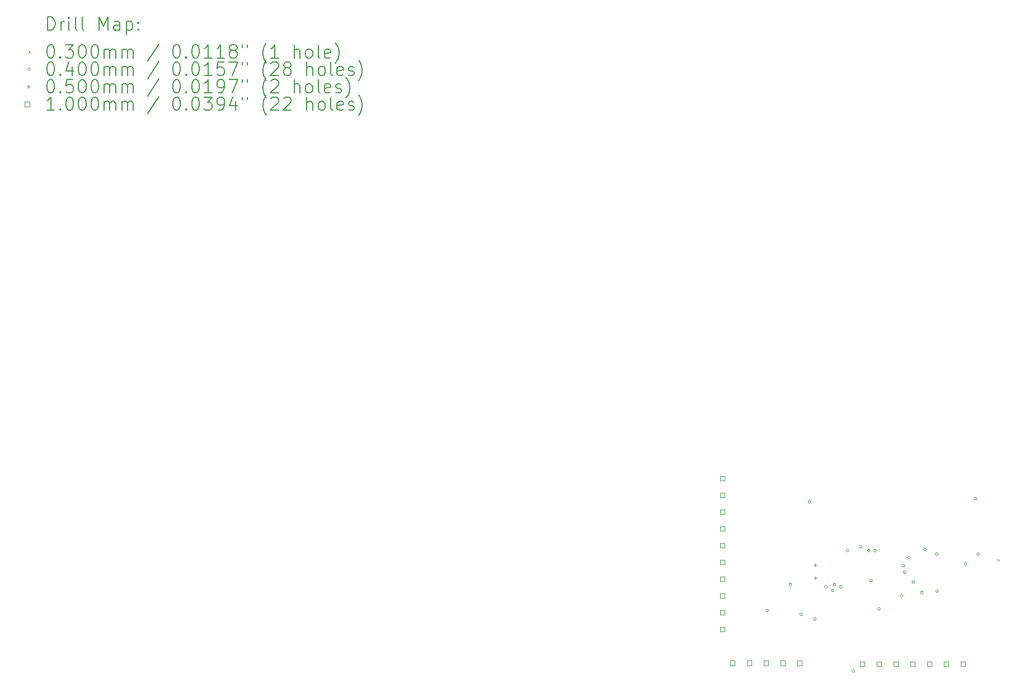
<source format=gbr>
%TF.GenerationSoftware,KiCad,Pcbnew,7.0.7-7.0.7~ubuntu22.04.1*%
%TF.CreationDate,2023-09-02T10:25:16+05:30*%
%TF.ProjectId,Dev_board_cc2652R7,4465765f-626f-4617-9264-5f6363323635,rev?*%
%TF.SameCoordinates,Original*%
%TF.FileFunction,Drillmap*%
%TF.FilePolarity,Positive*%
%FSLAX45Y45*%
G04 Gerber Fmt 4.5, Leading zero omitted, Abs format (unit mm)*
G04 Created by KiCad (PCBNEW 7.0.7-7.0.7~ubuntu22.04.1) date 2023-09-02 10:25:16*
%MOMM*%
%LPD*%
G01*
G04 APERTURE LIST*
%ADD10C,0.200000*%
%ADD11C,0.030000*%
%ADD12C,0.040000*%
%ADD13C,0.050000*%
%ADD14C,0.100000*%
G04 APERTURE END LIST*
D10*
D11*
X14632500Y-8320000D02*
X14662500Y-8350000D01*
X14662500Y-8320000D02*
X14632500Y-8350000D01*
D12*
X11169020Y-9102200D02*
G75*
G03*
X11169020Y-9102200I-20000J0D01*
G01*
X11521470Y-8710650D02*
G75*
G03*
X11521470Y-8710650I-20000J0D01*
G01*
X11683620Y-9162490D02*
G75*
G03*
X11683620Y-9162490I-20000J0D01*
G01*
X11808410Y-7457780D02*
G75*
G03*
X11808410Y-7457780I-20000J0D01*
G01*
X11889620Y-9233120D02*
G75*
G03*
X11889620Y-9233120I-20000J0D01*
G01*
X12057060Y-8744000D02*
G75*
G03*
X12057060Y-8744000I-20000J0D01*
G01*
X12160370Y-8800450D02*
G75*
G03*
X12160370Y-8800450I-20000J0D01*
G01*
X12189580Y-8710250D02*
G75*
G03*
X12189580Y-8710250I-20000J0D01*
G01*
X12279780Y-8745440D02*
G75*
G03*
X12279780Y-8745440I-20000J0D01*
G01*
X12388060Y-8192480D02*
G75*
G03*
X12388060Y-8192480I-20000J0D01*
G01*
X12471390Y-10022220D02*
G75*
G03*
X12471390Y-10022220I-20000J0D01*
G01*
X12580130Y-8138500D02*
G75*
G03*
X12580130Y-8138500I-20000J0D01*
G01*
X12707040Y-8195110D02*
G75*
G03*
X12707040Y-8195110I-20000J0D01*
G01*
X12740000Y-8650000D02*
G75*
G03*
X12740000Y-8650000I-20000J0D01*
G01*
X12798280Y-8193800D02*
G75*
G03*
X12798280Y-8193800I-20000J0D01*
G01*
X12862000Y-9077080D02*
G75*
G03*
X12862000Y-9077080I-20000J0D01*
G01*
X13200000Y-8880000D02*
G75*
G03*
X13200000Y-8880000I-20000J0D01*
G01*
X13231230Y-8427150D02*
G75*
G03*
X13231230Y-8427150I-20000J0D01*
G01*
X13245820Y-8522260D02*
G75*
G03*
X13245820Y-8522260I-20000J0D01*
G01*
X13310460Y-8303090D02*
G75*
G03*
X13310460Y-8303090I-20000J0D01*
G01*
X13380000Y-8670000D02*
G75*
G03*
X13380000Y-8670000I-20000J0D01*
G01*
X13509440Y-8830000D02*
G75*
G03*
X13509440Y-8830000I-20000J0D01*
G01*
X13558160Y-8177990D02*
G75*
G03*
X13558160Y-8177990I-20000J0D01*
G01*
X13733870Y-8250460D02*
G75*
G03*
X13733870Y-8250460I-20000J0D01*
G01*
X13740000Y-8810000D02*
G75*
G03*
X13740000Y-8810000I-20000J0D01*
G01*
X14170000Y-8400000D02*
G75*
G03*
X14170000Y-8400000I-20000J0D01*
G01*
X14319490Y-7408210D02*
G75*
G03*
X14319490Y-7408210I-20000J0D01*
G01*
X14360000Y-8250000D02*
G75*
G03*
X14360000Y-8250000I-20000J0D01*
G01*
D13*
X11880000Y-8390000D02*
X11880000Y-8440000D01*
X11855000Y-8415000D02*
X11905000Y-8415000D01*
X11880000Y-8580000D02*
X11880000Y-8630000D01*
X11855000Y-8605000D02*
X11905000Y-8605000D01*
D14*
X10505356Y-7135356D02*
X10505356Y-7064644D01*
X10434644Y-7064644D01*
X10434644Y-7135356D01*
X10505356Y-7135356D01*
X10505356Y-7389356D02*
X10505356Y-7318644D01*
X10434644Y-7318644D01*
X10434644Y-7389356D01*
X10505356Y-7389356D01*
X10505356Y-7643356D02*
X10505356Y-7572644D01*
X10434644Y-7572644D01*
X10434644Y-7643356D01*
X10505356Y-7643356D01*
X10505356Y-7897356D02*
X10505356Y-7826644D01*
X10434644Y-7826644D01*
X10434644Y-7897356D01*
X10505356Y-7897356D01*
X10505356Y-8151356D02*
X10505356Y-8080644D01*
X10434644Y-8080644D01*
X10434644Y-8151356D01*
X10505356Y-8151356D01*
X10505356Y-8405356D02*
X10505356Y-8334644D01*
X10434644Y-8334644D01*
X10434644Y-8405356D01*
X10505356Y-8405356D01*
X10505356Y-8659356D02*
X10505356Y-8588644D01*
X10434644Y-8588644D01*
X10434644Y-8659356D01*
X10505356Y-8659356D01*
X10505356Y-8913356D02*
X10505356Y-8842644D01*
X10434644Y-8842644D01*
X10434644Y-8913356D01*
X10505356Y-8913356D01*
X10505356Y-9167356D02*
X10505356Y-9096644D01*
X10434644Y-9096644D01*
X10434644Y-9167356D01*
X10505356Y-9167356D01*
X10505356Y-9421356D02*
X10505356Y-9350644D01*
X10434644Y-9350644D01*
X10434644Y-9421356D01*
X10505356Y-9421356D01*
X10659356Y-9935356D02*
X10659356Y-9864644D01*
X10588644Y-9864644D01*
X10588644Y-9935356D01*
X10659356Y-9935356D01*
X10913356Y-9935356D02*
X10913356Y-9864644D01*
X10842644Y-9864644D01*
X10842644Y-9935356D01*
X10913356Y-9935356D01*
X11167356Y-9935356D02*
X11167356Y-9864644D01*
X11096644Y-9864644D01*
X11096644Y-9935356D01*
X11167356Y-9935356D01*
X11421356Y-9935356D02*
X11421356Y-9864644D01*
X11350644Y-9864644D01*
X11350644Y-9935356D01*
X11421356Y-9935356D01*
X11675356Y-9935356D02*
X11675356Y-9864644D01*
X11604644Y-9864644D01*
X11604644Y-9935356D01*
X11675356Y-9935356D01*
X12623356Y-9945356D02*
X12623356Y-9874644D01*
X12552644Y-9874644D01*
X12552644Y-9945356D01*
X12623356Y-9945356D01*
X12877356Y-9945356D02*
X12877356Y-9874644D01*
X12806644Y-9874644D01*
X12806644Y-9945356D01*
X12877356Y-9945356D01*
X13131356Y-9945356D02*
X13131356Y-9874644D01*
X13060644Y-9874644D01*
X13060644Y-9945356D01*
X13131356Y-9945356D01*
X13385356Y-9945356D02*
X13385356Y-9874644D01*
X13314644Y-9874644D01*
X13314644Y-9945356D01*
X13385356Y-9945356D01*
X13639356Y-9945356D02*
X13639356Y-9874644D01*
X13568644Y-9874644D01*
X13568644Y-9945356D01*
X13639356Y-9945356D01*
X13893356Y-9945356D02*
X13893356Y-9874644D01*
X13822644Y-9874644D01*
X13822644Y-9945356D01*
X13893356Y-9945356D01*
X14147356Y-9945356D02*
X14147356Y-9874644D01*
X14076644Y-9874644D01*
X14076644Y-9945356D01*
X14147356Y-9945356D01*
D10*
X260777Y-311484D02*
X260777Y-111484D01*
X260777Y-111484D02*
X308396Y-111484D01*
X308396Y-111484D02*
X336967Y-121008D01*
X336967Y-121008D02*
X356015Y-140055D01*
X356015Y-140055D02*
X365539Y-159103D01*
X365539Y-159103D02*
X375062Y-197198D01*
X375062Y-197198D02*
X375062Y-225769D01*
X375062Y-225769D02*
X365539Y-263865D01*
X365539Y-263865D02*
X356015Y-282912D01*
X356015Y-282912D02*
X336967Y-301960D01*
X336967Y-301960D02*
X308396Y-311484D01*
X308396Y-311484D02*
X260777Y-311484D01*
X460777Y-311484D02*
X460777Y-178150D01*
X460777Y-216246D02*
X470301Y-197198D01*
X470301Y-197198D02*
X479824Y-187674D01*
X479824Y-187674D02*
X498872Y-178150D01*
X498872Y-178150D02*
X517920Y-178150D01*
X584586Y-311484D02*
X584586Y-178150D01*
X584586Y-111484D02*
X575063Y-121008D01*
X575063Y-121008D02*
X584586Y-130531D01*
X584586Y-130531D02*
X594110Y-121008D01*
X594110Y-121008D02*
X584586Y-111484D01*
X584586Y-111484D02*
X584586Y-130531D01*
X708396Y-311484D02*
X689348Y-301960D01*
X689348Y-301960D02*
X679824Y-282912D01*
X679824Y-282912D02*
X679824Y-111484D01*
X813158Y-311484D02*
X794110Y-301960D01*
X794110Y-301960D02*
X784586Y-282912D01*
X784586Y-282912D02*
X784586Y-111484D01*
X1041729Y-311484D02*
X1041729Y-111484D01*
X1041729Y-111484D02*
X1108396Y-254341D01*
X1108396Y-254341D02*
X1175063Y-111484D01*
X1175063Y-111484D02*
X1175063Y-311484D01*
X1356015Y-311484D02*
X1356015Y-206722D01*
X1356015Y-206722D02*
X1346491Y-187674D01*
X1346491Y-187674D02*
X1327444Y-178150D01*
X1327444Y-178150D02*
X1289348Y-178150D01*
X1289348Y-178150D02*
X1270301Y-187674D01*
X1356015Y-301960D02*
X1336967Y-311484D01*
X1336967Y-311484D02*
X1289348Y-311484D01*
X1289348Y-311484D02*
X1270301Y-301960D01*
X1270301Y-301960D02*
X1260777Y-282912D01*
X1260777Y-282912D02*
X1260777Y-263865D01*
X1260777Y-263865D02*
X1270301Y-244817D01*
X1270301Y-244817D02*
X1289348Y-235293D01*
X1289348Y-235293D02*
X1336967Y-235293D01*
X1336967Y-235293D02*
X1356015Y-225769D01*
X1451253Y-178150D02*
X1451253Y-378150D01*
X1451253Y-187674D02*
X1470301Y-178150D01*
X1470301Y-178150D02*
X1508396Y-178150D01*
X1508396Y-178150D02*
X1527443Y-187674D01*
X1527443Y-187674D02*
X1536967Y-197198D01*
X1536967Y-197198D02*
X1546491Y-216246D01*
X1546491Y-216246D02*
X1546491Y-273389D01*
X1546491Y-273389D02*
X1536967Y-292436D01*
X1536967Y-292436D02*
X1527443Y-301960D01*
X1527443Y-301960D02*
X1508396Y-311484D01*
X1508396Y-311484D02*
X1470301Y-311484D01*
X1470301Y-311484D02*
X1451253Y-301960D01*
X1632205Y-292436D02*
X1641729Y-301960D01*
X1641729Y-301960D02*
X1632205Y-311484D01*
X1632205Y-311484D02*
X1622682Y-301960D01*
X1622682Y-301960D02*
X1632205Y-292436D01*
X1632205Y-292436D02*
X1632205Y-311484D01*
X1632205Y-187674D02*
X1641729Y-197198D01*
X1641729Y-197198D02*
X1632205Y-206722D01*
X1632205Y-206722D02*
X1622682Y-197198D01*
X1622682Y-197198D02*
X1632205Y-187674D01*
X1632205Y-187674D02*
X1632205Y-206722D01*
D11*
X-30000Y-625000D02*
X0Y-655000D01*
X0Y-625000D02*
X-30000Y-655000D01*
D10*
X298872Y-531484D02*
X317920Y-531484D01*
X317920Y-531484D02*
X336967Y-541008D01*
X336967Y-541008D02*
X346491Y-550531D01*
X346491Y-550531D02*
X356015Y-569579D01*
X356015Y-569579D02*
X365539Y-607674D01*
X365539Y-607674D02*
X365539Y-655293D01*
X365539Y-655293D02*
X356015Y-693389D01*
X356015Y-693389D02*
X346491Y-712436D01*
X346491Y-712436D02*
X336967Y-721960D01*
X336967Y-721960D02*
X317920Y-731484D01*
X317920Y-731484D02*
X298872Y-731484D01*
X298872Y-731484D02*
X279824Y-721960D01*
X279824Y-721960D02*
X270301Y-712436D01*
X270301Y-712436D02*
X260777Y-693389D01*
X260777Y-693389D02*
X251253Y-655293D01*
X251253Y-655293D02*
X251253Y-607674D01*
X251253Y-607674D02*
X260777Y-569579D01*
X260777Y-569579D02*
X270301Y-550531D01*
X270301Y-550531D02*
X279824Y-541008D01*
X279824Y-541008D02*
X298872Y-531484D01*
X451253Y-712436D02*
X460777Y-721960D01*
X460777Y-721960D02*
X451253Y-731484D01*
X451253Y-731484D02*
X441729Y-721960D01*
X441729Y-721960D02*
X451253Y-712436D01*
X451253Y-712436D02*
X451253Y-731484D01*
X527444Y-531484D02*
X651253Y-531484D01*
X651253Y-531484D02*
X584586Y-607674D01*
X584586Y-607674D02*
X613158Y-607674D01*
X613158Y-607674D02*
X632205Y-617198D01*
X632205Y-617198D02*
X641729Y-626722D01*
X641729Y-626722D02*
X651253Y-645770D01*
X651253Y-645770D02*
X651253Y-693389D01*
X651253Y-693389D02*
X641729Y-712436D01*
X641729Y-712436D02*
X632205Y-721960D01*
X632205Y-721960D02*
X613158Y-731484D01*
X613158Y-731484D02*
X556015Y-731484D01*
X556015Y-731484D02*
X536967Y-721960D01*
X536967Y-721960D02*
X527444Y-712436D01*
X775062Y-531484D02*
X794110Y-531484D01*
X794110Y-531484D02*
X813158Y-541008D01*
X813158Y-541008D02*
X822682Y-550531D01*
X822682Y-550531D02*
X832205Y-569579D01*
X832205Y-569579D02*
X841729Y-607674D01*
X841729Y-607674D02*
X841729Y-655293D01*
X841729Y-655293D02*
X832205Y-693389D01*
X832205Y-693389D02*
X822682Y-712436D01*
X822682Y-712436D02*
X813158Y-721960D01*
X813158Y-721960D02*
X794110Y-731484D01*
X794110Y-731484D02*
X775062Y-731484D01*
X775062Y-731484D02*
X756015Y-721960D01*
X756015Y-721960D02*
X746491Y-712436D01*
X746491Y-712436D02*
X736967Y-693389D01*
X736967Y-693389D02*
X727443Y-655293D01*
X727443Y-655293D02*
X727443Y-607674D01*
X727443Y-607674D02*
X736967Y-569579D01*
X736967Y-569579D02*
X746491Y-550531D01*
X746491Y-550531D02*
X756015Y-541008D01*
X756015Y-541008D02*
X775062Y-531484D01*
X965539Y-531484D02*
X984586Y-531484D01*
X984586Y-531484D02*
X1003634Y-541008D01*
X1003634Y-541008D02*
X1013158Y-550531D01*
X1013158Y-550531D02*
X1022682Y-569579D01*
X1022682Y-569579D02*
X1032205Y-607674D01*
X1032205Y-607674D02*
X1032205Y-655293D01*
X1032205Y-655293D02*
X1022682Y-693389D01*
X1022682Y-693389D02*
X1013158Y-712436D01*
X1013158Y-712436D02*
X1003634Y-721960D01*
X1003634Y-721960D02*
X984586Y-731484D01*
X984586Y-731484D02*
X965539Y-731484D01*
X965539Y-731484D02*
X946491Y-721960D01*
X946491Y-721960D02*
X936967Y-712436D01*
X936967Y-712436D02*
X927443Y-693389D01*
X927443Y-693389D02*
X917920Y-655293D01*
X917920Y-655293D02*
X917920Y-607674D01*
X917920Y-607674D02*
X927443Y-569579D01*
X927443Y-569579D02*
X936967Y-550531D01*
X936967Y-550531D02*
X946491Y-541008D01*
X946491Y-541008D02*
X965539Y-531484D01*
X1117920Y-731484D02*
X1117920Y-598150D01*
X1117920Y-617198D02*
X1127444Y-607674D01*
X1127444Y-607674D02*
X1146491Y-598150D01*
X1146491Y-598150D02*
X1175063Y-598150D01*
X1175063Y-598150D02*
X1194110Y-607674D01*
X1194110Y-607674D02*
X1203634Y-626722D01*
X1203634Y-626722D02*
X1203634Y-731484D01*
X1203634Y-626722D02*
X1213158Y-607674D01*
X1213158Y-607674D02*
X1232205Y-598150D01*
X1232205Y-598150D02*
X1260777Y-598150D01*
X1260777Y-598150D02*
X1279825Y-607674D01*
X1279825Y-607674D02*
X1289348Y-626722D01*
X1289348Y-626722D02*
X1289348Y-731484D01*
X1384586Y-731484D02*
X1384586Y-598150D01*
X1384586Y-617198D02*
X1394110Y-607674D01*
X1394110Y-607674D02*
X1413158Y-598150D01*
X1413158Y-598150D02*
X1441729Y-598150D01*
X1441729Y-598150D02*
X1460777Y-607674D01*
X1460777Y-607674D02*
X1470301Y-626722D01*
X1470301Y-626722D02*
X1470301Y-731484D01*
X1470301Y-626722D02*
X1479824Y-607674D01*
X1479824Y-607674D02*
X1498872Y-598150D01*
X1498872Y-598150D02*
X1527443Y-598150D01*
X1527443Y-598150D02*
X1546491Y-607674D01*
X1546491Y-607674D02*
X1556015Y-626722D01*
X1556015Y-626722D02*
X1556015Y-731484D01*
X1946491Y-521960D02*
X1775063Y-779103D01*
X2203634Y-531484D02*
X2222682Y-531484D01*
X2222682Y-531484D02*
X2241729Y-541008D01*
X2241729Y-541008D02*
X2251253Y-550531D01*
X2251253Y-550531D02*
X2260777Y-569579D01*
X2260777Y-569579D02*
X2270301Y-607674D01*
X2270301Y-607674D02*
X2270301Y-655293D01*
X2270301Y-655293D02*
X2260777Y-693389D01*
X2260777Y-693389D02*
X2251253Y-712436D01*
X2251253Y-712436D02*
X2241729Y-721960D01*
X2241729Y-721960D02*
X2222682Y-731484D01*
X2222682Y-731484D02*
X2203634Y-731484D01*
X2203634Y-731484D02*
X2184587Y-721960D01*
X2184587Y-721960D02*
X2175063Y-712436D01*
X2175063Y-712436D02*
X2165539Y-693389D01*
X2165539Y-693389D02*
X2156015Y-655293D01*
X2156015Y-655293D02*
X2156015Y-607674D01*
X2156015Y-607674D02*
X2165539Y-569579D01*
X2165539Y-569579D02*
X2175063Y-550531D01*
X2175063Y-550531D02*
X2184587Y-541008D01*
X2184587Y-541008D02*
X2203634Y-531484D01*
X2356015Y-712436D02*
X2365539Y-721960D01*
X2365539Y-721960D02*
X2356015Y-731484D01*
X2356015Y-731484D02*
X2346491Y-721960D01*
X2346491Y-721960D02*
X2356015Y-712436D01*
X2356015Y-712436D02*
X2356015Y-731484D01*
X2489348Y-531484D02*
X2508396Y-531484D01*
X2508396Y-531484D02*
X2527444Y-541008D01*
X2527444Y-541008D02*
X2536968Y-550531D01*
X2536968Y-550531D02*
X2546491Y-569579D01*
X2546491Y-569579D02*
X2556015Y-607674D01*
X2556015Y-607674D02*
X2556015Y-655293D01*
X2556015Y-655293D02*
X2546491Y-693389D01*
X2546491Y-693389D02*
X2536968Y-712436D01*
X2536968Y-712436D02*
X2527444Y-721960D01*
X2527444Y-721960D02*
X2508396Y-731484D01*
X2508396Y-731484D02*
X2489348Y-731484D01*
X2489348Y-731484D02*
X2470301Y-721960D01*
X2470301Y-721960D02*
X2460777Y-712436D01*
X2460777Y-712436D02*
X2451253Y-693389D01*
X2451253Y-693389D02*
X2441729Y-655293D01*
X2441729Y-655293D02*
X2441729Y-607674D01*
X2441729Y-607674D02*
X2451253Y-569579D01*
X2451253Y-569579D02*
X2460777Y-550531D01*
X2460777Y-550531D02*
X2470301Y-541008D01*
X2470301Y-541008D02*
X2489348Y-531484D01*
X2746491Y-731484D02*
X2632206Y-731484D01*
X2689348Y-731484D02*
X2689348Y-531484D01*
X2689348Y-531484D02*
X2670301Y-560055D01*
X2670301Y-560055D02*
X2651253Y-579103D01*
X2651253Y-579103D02*
X2632206Y-588627D01*
X2936967Y-731484D02*
X2822682Y-731484D01*
X2879825Y-731484D02*
X2879825Y-531484D01*
X2879825Y-531484D02*
X2860777Y-560055D01*
X2860777Y-560055D02*
X2841729Y-579103D01*
X2841729Y-579103D02*
X2822682Y-588627D01*
X3051253Y-617198D02*
X3032206Y-607674D01*
X3032206Y-607674D02*
X3022682Y-598150D01*
X3022682Y-598150D02*
X3013158Y-579103D01*
X3013158Y-579103D02*
X3013158Y-569579D01*
X3013158Y-569579D02*
X3022682Y-550531D01*
X3022682Y-550531D02*
X3032206Y-541008D01*
X3032206Y-541008D02*
X3051253Y-531484D01*
X3051253Y-531484D02*
X3089348Y-531484D01*
X3089348Y-531484D02*
X3108396Y-541008D01*
X3108396Y-541008D02*
X3117920Y-550531D01*
X3117920Y-550531D02*
X3127444Y-569579D01*
X3127444Y-569579D02*
X3127444Y-579103D01*
X3127444Y-579103D02*
X3117920Y-598150D01*
X3117920Y-598150D02*
X3108396Y-607674D01*
X3108396Y-607674D02*
X3089348Y-617198D01*
X3089348Y-617198D02*
X3051253Y-617198D01*
X3051253Y-617198D02*
X3032206Y-626722D01*
X3032206Y-626722D02*
X3022682Y-636246D01*
X3022682Y-636246D02*
X3013158Y-655293D01*
X3013158Y-655293D02*
X3013158Y-693389D01*
X3013158Y-693389D02*
X3022682Y-712436D01*
X3022682Y-712436D02*
X3032206Y-721960D01*
X3032206Y-721960D02*
X3051253Y-731484D01*
X3051253Y-731484D02*
X3089348Y-731484D01*
X3089348Y-731484D02*
X3108396Y-721960D01*
X3108396Y-721960D02*
X3117920Y-712436D01*
X3117920Y-712436D02*
X3127444Y-693389D01*
X3127444Y-693389D02*
X3127444Y-655293D01*
X3127444Y-655293D02*
X3117920Y-636246D01*
X3117920Y-636246D02*
X3108396Y-626722D01*
X3108396Y-626722D02*
X3089348Y-617198D01*
X3203634Y-531484D02*
X3203634Y-569579D01*
X3279825Y-531484D02*
X3279825Y-569579D01*
X3575063Y-807674D02*
X3565539Y-798150D01*
X3565539Y-798150D02*
X3546491Y-769579D01*
X3546491Y-769579D02*
X3536968Y-750531D01*
X3536968Y-750531D02*
X3527444Y-721960D01*
X3527444Y-721960D02*
X3517920Y-674341D01*
X3517920Y-674341D02*
X3517920Y-636246D01*
X3517920Y-636246D02*
X3527444Y-588627D01*
X3527444Y-588627D02*
X3536968Y-560055D01*
X3536968Y-560055D02*
X3546491Y-541008D01*
X3546491Y-541008D02*
X3565539Y-512436D01*
X3565539Y-512436D02*
X3575063Y-502912D01*
X3756015Y-731484D02*
X3641729Y-731484D01*
X3698872Y-731484D02*
X3698872Y-531484D01*
X3698872Y-531484D02*
X3679825Y-560055D01*
X3679825Y-560055D02*
X3660777Y-579103D01*
X3660777Y-579103D02*
X3641729Y-588627D01*
X3994110Y-731484D02*
X3994110Y-531484D01*
X4079825Y-731484D02*
X4079825Y-626722D01*
X4079825Y-626722D02*
X4070301Y-607674D01*
X4070301Y-607674D02*
X4051253Y-598150D01*
X4051253Y-598150D02*
X4022682Y-598150D01*
X4022682Y-598150D02*
X4003634Y-607674D01*
X4003634Y-607674D02*
X3994110Y-617198D01*
X4203634Y-731484D02*
X4184587Y-721960D01*
X4184587Y-721960D02*
X4175063Y-712436D01*
X4175063Y-712436D02*
X4165539Y-693389D01*
X4165539Y-693389D02*
X4165539Y-636246D01*
X4165539Y-636246D02*
X4175063Y-617198D01*
X4175063Y-617198D02*
X4184587Y-607674D01*
X4184587Y-607674D02*
X4203634Y-598150D01*
X4203634Y-598150D02*
X4232206Y-598150D01*
X4232206Y-598150D02*
X4251253Y-607674D01*
X4251253Y-607674D02*
X4260777Y-617198D01*
X4260777Y-617198D02*
X4270301Y-636246D01*
X4270301Y-636246D02*
X4270301Y-693389D01*
X4270301Y-693389D02*
X4260777Y-712436D01*
X4260777Y-712436D02*
X4251253Y-721960D01*
X4251253Y-721960D02*
X4232206Y-731484D01*
X4232206Y-731484D02*
X4203634Y-731484D01*
X4384587Y-731484D02*
X4365539Y-721960D01*
X4365539Y-721960D02*
X4356015Y-702912D01*
X4356015Y-702912D02*
X4356015Y-531484D01*
X4536968Y-721960D02*
X4517920Y-731484D01*
X4517920Y-731484D02*
X4479825Y-731484D01*
X4479825Y-731484D02*
X4460777Y-721960D01*
X4460777Y-721960D02*
X4451253Y-702912D01*
X4451253Y-702912D02*
X4451253Y-626722D01*
X4451253Y-626722D02*
X4460777Y-607674D01*
X4460777Y-607674D02*
X4479825Y-598150D01*
X4479825Y-598150D02*
X4517920Y-598150D01*
X4517920Y-598150D02*
X4536968Y-607674D01*
X4536968Y-607674D02*
X4546492Y-626722D01*
X4546492Y-626722D02*
X4546492Y-645770D01*
X4546492Y-645770D02*
X4451253Y-664817D01*
X4613158Y-807674D02*
X4622682Y-798150D01*
X4622682Y-798150D02*
X4641730Y-769579D01*
X4641730Y-769579D02*
X4651253Y-750531D01*
X4651253Y-750531D02*
X4660777Y-721960D01*
X4660777Y-721960D02*
X4670301Y-674341D01*
X4670301Y-674341D02*
X4670301Y-636246D01*
X4670301Y-636246D02*
X4660777Y-588627D01*
X4660777Y-588627D02*
X4651253Y-560055D01*
X4651253Y-560055D02*
X4641730Y-541008D01*
X4641730Y-541008D02*
X4622682Y-512436D01*
X4622682Y-512436D02*
X4613158Y-502912D01*
D12*
X0Y-904000D02*
G75*
G03*
X0Y-904000I-20000J0D01*
G01*
D10*
X298872Y-795484D02*
X317920Y-795484D01*
X317920Y-795484D02*
X336967Y-805008D01*
X336967Y-805008D02*
X346491Y-814531D01*
X346491Y-814531D02*
X356015Y-833579D01*
X356015Y-833579D02*
X365539Y-871674D01*
X365539Y-871674D02*
X365539Y-919293D01*
X365539Y-919293D02*
X356015Y-957388D01*
X356015Y-957388D02*
X346491Y-976436D01*
X346491Y-976436D02*
X336967Y-985960D01*
X336967Y-985960D02*
X317920Y-995484D01*
X317920Y-995484D02*
X298872Y-995484D01*
X298872Y-995484D02*
X279824Y-985960D01*
X279824Y-985960D02*
X270301Y-976436D01*
X270301Y-976436D02*
X260777Y-957388D01*
X260777Y-957388D02*
X251253Y-919293D01*
X251253Y-919293D02*
X251253Y-871674D01*
X251253Y-871674D02*
X260777Y-833579D01*
X260777Y-833579D02*
X270301Y-814531D01*
X270301Y-814531D02*
X279824Y-805008D01*
X279824Y-805008D02*
X298872Y-795484D01*
X451253Y-976436D02*
X460777Y-985960D01*
X460777Y-985960D02*
X451253Y-995484D01*
X451253Y-995484D02*
X441729Y-985960D01*
X441729Y-985960D02*
X451253Y-976436D01*
X451253Y-976436D02*
X451253Y-995484D01*
X632205Y-862150D02*
X632205Y-995484D01*
X584586Y-785960D02*
X536967Y-928817D01*
X536967Y-928817D02*
X660777Y-928817D01*
X775062Y-795484D02*
X794110Y-795484D01*
X794110Y-795484D02*
X813158Y-805008D01*
X813158Y-805008D02*
X822682Y-814531D01*
X822682Y-814531D02*
X832205Y-833579D01*
X832205Y-833579D02*
X841729Y-871674D01*
X841729Y-871674D02*
X841729Y-919293D01*
X841729Y-919293D02*
X832205Y-957388D01*
X832205Y-957388D02*
X822682Y-976436D01*
X822682Y-976436D02*
X813158Y-985960D01*
X813158Y-985960D02*
X794110Y-995484D01*
X794110Y-995484D02*
X775062Y-995484D01*
X775062Y-995484D02*
X756015Y-985960D01*
X756015Y-985960D02*
X746491Y-976436D01*
X746491Y-976436D02*
X736967Y-957388D01*
X736967Y-957388D02*
X727443Y-919293D01*
X727443Y-919293D02*
X727443Y-871674D01*
X727443Y-871674D02*
X736967Y-833579D01*
X736967Y-833579D02*
X746491Y-814531D01*
X746491Y-814531D02*
X756015Y-805008D01*
X756015Y-805008D02*
X775062Y-795484D01*
X965539Y-795484D02*
X984586Y-795484D01*
X984586Y-795484D02*
X1003634Y-805008D01*
X1003634Y-805008D02*
X1013158Y-814531D01*
X1013158Y-814531D02*
X1022682Y-833579D01*
X1022682Y-833579D02*
X1032205Y-871674D01*
X1032205Y-871674D02*
X1032205Y-919293D01*
X1032205Y-919293D02*
X1022682Y-957388D01*
X1022682Y-957388D02*
X1013158Y-976436D01*
X1013158Y-976436D02*
X1003634Y-985960D01*
X1003634Y-985960D02*
X984586Y-995484D01*
X984586Y-995484D02*
X965539Y-995484D01*
X965539Y-995484D02*
X946491Y-985960D01*
X946491Y-985960D02*
X936967Y-976436D01*
X936967Y-976436D02*
X927443Y-957388D01*
X927443Y-957388D02*
X917920Y-919293D01*
X917920Y-919293D02*
X917920Y-871674D01*
X917920Y-871674D02*
X927443Y-833579D01*
X927443Y-833579D02*
X936967Y-814531D01*
X936967Y-814531D02*
X946491Y-805008D01*
X946491Y-805008D02*
X965539Y-795484D01*
X1117920Y-995484D02*
X1117920Y-862150D01*
X1117920Y-881198D02*
X1127444Y-871674D01*
X1127444Y-871674D02*
X1146491Y-862150D01*
X1146491Y-862150D02*
X1175063Y-862150D01*
X1175063Y-862150D02*
X1194110Y-871674D01*
X1194110Y-871674D02*
X1203634Y-890722D01*
X1203634Y-890722D02*
X1203634Y-995484D01*
X1203634Y-890722D02*
X1213158Y-871674D01*
X1213158Y-871674D02*
X1232205Y-862150D01*
X1232205Y-862150D02*
X1260777Y-862150D01*
X1260777Y-862150D02*
X1279825Y-871674D01*
X1279825Y-871674D02*
X1289348Y-890722D01*
X1289348Y-890722D02*
X1289348Y-995484D01*
X1384586Y-995484D02*
X1384586Y-862150D01*
X1384586Y-881198D02*
X1394110Y-871674D01*
X1394110Y-871674D02*
X1413158Y-862150D01*
X1413158Y-862150D02*
X1441729Y-862150D01*
X1441729Y-862150D02*
X1460777Y-871674D01*
X1460777Y-871674D02*
X1470301Y-890722D01*
X1470301Y-890722D02*
X1470301Y-995484D01*
X1470301Y-890722D02*
X1479824Y-871674D01*
X1479824Y-871674D02*
X1498872Y-862150D01*
X1498872Y-862150D02*
X1527443Y-862150D01*
X1527443Y-862150D02*
X1546491Y-871674D01*
X1546491Y-871674D02*
X1556015Y-890722D01*
X1556015Y-890722D02*
X1556015Y-995484D01*
X1946491Y-785960D02*
X1775063Y-1043103D01*
X2203634Y-795484D02*
X2222682Y-795484D01*
X2222682Y-795484D02*
X2241729Y-805008D01*
X2241729Y-805008D02*
X2251253Y-814531D01*
X2251253Y-814531D02*
X2260777Y-833579D01*
X2260777Y-833579D02*
X2270301Y-871674D01*
X2270301Y-871674D02*
X2270301Y-919293D01*
X2270301Y-919293D02*
X2260777Y-957388D01*
X2260777Y-957388D02*
X2251253Y-976436D01*
X2251253Y-976436D02*
X2241729Y-985960D01*
X2241729Y-985960D02*
X2222682Y-995484D01*
X2222682Y-995484D02*
X2203634Y-995484D01*
X2203634Y-995484D02*
X2184587Y-985960D01*
X2184587Y-985960D02*
X2175063Y-976436D01*
X2175063Y-976436D02*
X2165539Y-957388D01*
X2165539Y-957388D02*
X2156015Y-919293D01*
X2156015Y-919293D02*
X2156015Y-871674D01*
X2156015Y-871674D02*
X2165539Y-833579D01*
X2165539Y-833579D02*
X2175063Y-814531D01*
X2175063Y-814531D02*
X2184587Y-805008D01*
X2184587Y-805008D02*
X2203634Y-795484D01*
X2356015Y-976436D02*
X2365539Y-985960D01*
X2365539Y-985960D02*
X2356015Y-995484D01*
X2356015Y-995484D02*
X2346491Y-985960D01*
X2346491Y-985960D02*
X2356015Y-976436D01*
X2356015Y-976436D02*
X2356015Y-995484D01*
X2489348Y-795484D02*
X2508396Y-795484D01*
X2508396Y-795484D02*
X2527444Y-805008D01*
X2527444Y-805008D02*
X2536968Y-814531D01*
X2536968Y-814531D02*
X2546491Y-833579D01*
X2546491Y-833579D02*
X2556015Y-871674D01*
X2556015Y-871674D02*
X2556015Y-919293D01*
X2556015Y-919293D02*
X2546491Y-957388D01*
X2546491Y-957388D02*
X2536968Y-976436D01*
X2536968Y-976436D02*
X2527444Y-985960D01*
X2527444Y-985960D02*
X2508396Y-995484D01*
X2508396Y-995484D02*
X2489348Y-995484D01*
X2489348Y-995484D02*
X2470301Y-985960D01*
X2470301Y-985960D02*
X2460777Y-976436D01*
X2460777Y-976436D02*
X2451253Y-957388D01*
X2451253Y-957388D02*
X2441729Y-919293D01*
X2441729Y-919293D02*
X2441729Y-871674D01*
X2441729Y-871674D02*
X2451253Y-833579D01*
X2451253Y-833579D02*
X2460777Y-814531D01*
X2460777Y-814531D02*
X2470301Y-805008D01*
X2470301Y-805008D02*
X2489348Y-795484D01*
X2746491Y-995484D02*
X2632206Y-995484D01*
X2689348Y-995484D02*
X2689348Y-795484D01*
X2689348Y-795484D02*
X2670301Y-824055D01*
X2670301Y-824055D02*
X2651253Y-843103D01*
X2651253Y-843103D02*
X2632206Y-852627D01*
X2927444Y-795484D02*
X2832206Y-795484D01*
X2832206Y-795484D02*
X2822682Y-890722D01*
X2822682Y-890722D02*
X2832206Y-881198D01*
X2832206Y-881198D02*
X2851253Y-871674D01*
X2851253Y-871674D02*
X2898872Y-871674D01*
X2898872Y-871674D02*
X2917920Y-881198D01*
X2917920Y-881198D02*
X2927444Y-890722D01*
X2927444Y-890722D02*
X2936967Y-909769D01*
X2936967Y-909769D02*
X2936967Y-957388D01*
X2936967Y-957388D02*
X2927444Y-976436D01*
X2927444Y-976436D02*
X2917920Y-985960D01*
X2917920Y-985960D02*
X2898872Y-995484D01*
X2898872Y-995484D02*
X2851253Y-995484D01*
X2851253Y-995484D02*
X2832206Y-985960D01*
X2832206Y-985960D02*
X2822682Y-976436D01*
X3003634Y-795484D02*
X3136967Y-795484D01*
X3136967Y-795484D02*
X3051253Y-995484D01*
X3203634Y-795484D02*
X3203634Y-833579D01*
X3279825Y-795484D02*
X3279825Y-833579D01*
X3575063Y-1071674D02*
X3565539Y-1062150D01*
X3565539Y-1062150D02*
X3546491Y-1033579D01*
X3546491Y-1033579D02*
X3536968Y-1014531D01*
X3536968Y-1014531D02*
X3527444Y-985960D01*
X3527444Y-985960D02*
X3517920Y-938341D01*
X3517920Y-938341D02*
X3517920Y-900246D01*
X3517920Y-900246D02*
X3527444Y-852627D01*
X3527444Y-852627D02*
X3536968Y-824055D01*
X3536968Y-824055D02*
X3546491Y-805008D01*
X3546491Y-805008D02*
X3565539Y-776436D01*
X3565539Y-776436D02*
X3575063Y-766912D01*
X3641729Y-814531D02*
X3651253Y-805008D01*
X3651253Y-805008D02*
X3670301Y-795484D01*
X3670301Y-795484D02*
X3717920Y-795484D01*
X3717920Y-795484D02*
X3736968Y-805008D01*
X3736968Y-805008D02*
X3746491Y-814531D01*
X3746491Y-814531D02*
X3756015Y-833579D01*
X3756015Y-833579D02*
X3756015Y-852627D01*
X3756015Y-852627D02*
X3746491Y-881198D01*
X3746491Y-881198D02*
X3632206Y-995484D01*
X3632206Y-995484D02*
X3756015Y-995484D01*
X3870301Y-881198D02*
X3851253Y-871674D01*
X3851253Y-871674D02*
X3841729Y-862150D01*
X3841729Y-862150D02*
X3832206Y-843103D01*
X3832206Y-843103D02*
X3832206Y-833579D01*
X3832206Y-833579D02*
X3841729Y-814531D01*
X3841729Y-814531D02*
X3851253Y-805008D01*
X3851253Y-805008D02*
X3870301Y-795484D01*
X3870301Y-795484D02*
X3908396Y-795484D01*
X3908396Y-795484D02*
X3927444Y-805008D01*
X3927444Y-805008D02*
X3936968Y-814531D01*
X3936968Y-814531D02*
X3946491Y-833579D01*
X3946491Y-833579D02*
X3946491Y-843103D01*
X3946491Y-843103D02*
X3936968Y-862150D01*
X3936968Y-862150D02*
X3927444Y-871674D01*
X3927444Y-871674D02*
X3908396Y-881198D01*
X3908396Y-881198D02*
X3870301Y-881198D01*
X3870301Y-881198D02*
X3851253Y-890722D01*
X3851253Y-890722D02*
X3841729Y-900246D01*
X3841729Y-900246D02*
X3832206Y-919293D01*
X3832206Y-919293D02*
X3832206Y-957388D01*
X3832206Y-957388D02*
X3841729Y-976436D01*
X3841729Y-976436D02*
X3851253Y-985960D01*
X3851253Y-985960D02*
X3870301Y-995484D01*
X3870301Y-995484D02*
X3908396Y-995484D01*
X3908396Y-995484D02*
X3927444Y-985960D01*
X3927444Y-985960D02*
X3936968Y-976436D01*
X3936968Y-976436D02*
X3946491Y-957388D01*
X3946491Y-957388D02*
X3946491Y-919293D01*
X3946491Y-919293D02*
X3936968Y-900246D01*
X3936968Y-900246D02*
X3927444Y-890722D01*
X3927444Y-890722D02*
X3908396Y-881198D01*
X4184587Y-995484D02*
X4184587Y-795484D01*
X4270301Y-995484D02*
X4270301Y-890722D01*
X4270301Y-890722D02*
X4260777Y-871674D01*
X4260777Y-871674D02*
X4241730Y-862150D01*
X4241730Y-862150D02*
X4213158Y-862150D01*
X4213158Y-862150D02*
X4194110Y-871674D01*
X4194110Y-871674D02*
X4184587Y-881198D01*
X4394111Y-995484D02*
X4375063Y-985960D01*
X4375063Y-985960D02*
X4365539Y-976436D01*
X4365539Y-976436D02*
X4356015Y-957388D01*
X4356015Y-957388D02*
X4356015Y-900246D01*
X4356015Y-900246D02*
X4365539Y-881198D01*
X4365539Y-881198D02*
X4375063Y-871674D01*
X4375063Y-871674D02*
X4394111Y-862150D01*
X4394111Y-862150D02*
X4422682Y-862150D01*
X4422682Y-862150D02*
X4441730Y-871674D01*
X4441730Y-871674D02*
X4451253Y-881198D01*
X4451253Y-881198D02*
X4460777Y-900246D01*
X4460777Y-900246D02*
X4460777Y-957388D01*
X4460777Y-957388D02*
X4451253Y-976436D01*
X4451253Y-976436D02*
X4441730Y-985960D01*
X4441730Y-985960D02*
X4422682Y-995484D01*
X4422682Y-995484D02*
X4394111Y-995484D01*
X4575063Y-995484D02*
X4556015Y-985960D01*
X4556015Y-985960D02*
X4546492Y-966912D01*
X4546492Y-966912D02*
X4546492Y-795484D01*
X4727444Y-985960D02*
X4708396Y-995484D01*
X4708396Y-995484D02*
X4670301Y-995484D01*
X4670301Y-995484D02*
X4651253Y-985960D01*
X4651253Y-985960D02*
X4641730Y-966912D01*
X4641730Y-966912D02*
X4641730Y-890722D01*
X4641730Y-890722D02*
X4651253Y-871674D01*
X4651253Y-871674D02*
X4670301Y-862150D01*
X4670301Y-862150D02*
X4708396Y-862150D01*
X4708396Y-862150D02*
X4727444Y-871674D01*
X4727444Y-871674D02*
X4736968Y-890722D01*
X4736968Y-890722D02*
X4736968Y-909769D01*
X4736968Y-909769D02*
X4641730Y-928817D01*
X4813158Y-985960D02*
X4832206Y-995484D01*
X4832206Y-995484D02*
X4870301Y-995484D01*
X4870301Y-995484D02*
X4889349Y-985960D01*
X4889349Y-985960D02*
X4898873Y-966912D01*
X4898873Y-966912D02*
X4898873Y-957388D01*
X4898873Y-957388D02*
X4889349Y-938341D01*
X4889349Y-938341D02*
X4870301Y-928817D01*
X4870301Y-928817D02*
X4841730Y-928817D01*
X4841730Y-928817D02*
X4822682Y-919293D01*
X4822682Y-919293D02*
X4813158Y-900246D01*
X4813158Y-900246D02*
X4813158Y-890722D01*
X4813158Y-890722D02*
X4822682Y-871674D01*
X4822682Y-871674D02*
X4841730Y-862150D01*
X4841730Y-862150D02*
X4870301Y-862150D01*
X4870301Y-862150D02*
X4889349Y-871674D01*
X4965539Y-1071674D02*
X4975063Y-1062150D01*
X4975063Y-1062150D02*
X4994111Y-1033579D01*
X4994111Y-1033579D02*
X5003634Y-1014531D01*
X5003634Y-1014531D02*
X5013158Y-985960D01*
X5013158Y-985960D02*
X5022682Y-938341D01*
X5022682Y-938341D02*
X5022682Y-900246D01*
X5022682Y-900246D02*
X5013158Y-852627D01*
X5013158Y-852627D02*
X5003634Y-824055D01*
X5003634Y-824055D02*
X4994111Y-805008D01*
X4994111Y-805008D02*
X4975063Y-776436D01*
X4975063Y-776436D02*
X4965539Y-766912D01*
D13*
X-25000Y-1143000D02*
X-25000Y-1193000D01*
X-50000Y-1168000D02*
X0Y-1168000D01*
D10*
X298872Y-1059484D02*
X317920Y-1059484D01*
X317920Y-1059484D02*
X336967Y-1069008D01*
X336967Y-1069008D02*
X346491Y-1078531D01*
X346491Y-1078531D02*
X356015Y-1097579D01*
X356015Y-1097579D02*
X365539Y-1135674D01*
X365539Y-1135674D02*
X365539Y-1183293D01*
X365539Y-1183293D02*
X356015Y-1221389D01*
X356015Y-1221389D02*
X346491Y-1240436D01*
X346491Y-1240436D02*
X336967Y-1249960D01*
X336967Y-1249960D02*
X317920Y-1259484D01*
X317920Y-1259484D02*
X298872Y-1259484D01*
X298872Y-1259484D02*
X279824Y-1249960D01*
X279824Y-1249960D02*
X270301Y-1240436D01*
X270301Y-1240436D02*
X260777Y-1221389D01*
X260777Y-1221389D02*
X251253Y-1183293D01*
X251253Y-1183293D02*
X251253Y-1135674D01*
X251253Y-1135674D02*
X260777Y-1097579D01*
X260777Y-1097579D02*
X270301Y-1078531D01*
X270301Y-1078531D02*
X279824Y-1069008D01*
X279824Y-1069008D02*
X298872Y-1059484D01*
X451253Y-1240436D02*
X460777Y-1249960D01*
X460777Y-1249960D02*
X451253Y-1259484D01*
X451253Y-1259484D02*
X441729Y-1249960D01*
X441729Y-1249960D02*
X451253Y-1240436D01*
X451253Y-1240436D02*
X451253Y-1259484D01*
X641729Y-1059484D02*
X546491Y-1059484D01*
X546491Y-1059484D02*
X536967Y-1154722D01*
X536967Y-1154722D02*
X546491Y-1145198D01*
X546491Y-1145198D02*
X565539Y-1135674D01*
X565539Y-1135674D02*
X613158Y-1135674D01*
X613158Y-1135674D02*
X632205Y-1145198D01*
X632205Y-1145198D02*
X641729Y-1154722D01*
X641729Y-1154722D02*
X651253Y-1173770D01*
X651253Y-1173770D02*
X651253Y-1221389D01*
X651253Y-1221389D02*
X641729Y-1240436D01*
X641729Y-1240436D02*
X632205Y-1249960D01*
X632205Y-1249960D02*
X613158Y-1259484D01*
X613158Y-1259484D02*
X565539Y-1259484D01*
X565539Y-1259484D02*
X546491Y-1249960D01*
X546491Y-1249960D02*
X536967Y-1240436D01*
X775062Y-1059484D02*
X794110Y-1059484D01*
X794110Y-1059484D02*
X813158Y-1069008D01*
X813158Y-1069008D02*
X822682Y-1078531D01*
X822682Y-1078531D02*
X832205Y-1097579D01*
X832205Y-1097579D02*
X841729Y-1135674D01*
X841729Y-1135674D02*
X841729Y-1183293D01*
X841729Y-1183293D02*
X832205Y-1221389D01*
X832205Y-1221389D02*
X822682Y-1240436D01*
X822682Y-1240436D02*
X813158Y-1249960D01*
X813158Y-1249960D02*
X794110Y-1259484D01*
X794110Y-1259484D02*
X775062Y-1259484D01*
X775062Y-1259484D02*
X756015Y-1249960D01*
X756015Y-1249960D02*
X746491Y-1240436D01*
X746491Y-1240436D02*
X736967Y-1221389D01*
X736967Y-1221389D02*
X727443Y-1183293D01*
X727443Y-1183293D02*
X727443Y-1135674D01*
X727443Y-1135674D02*
X736967Y-1097579D01*
X736967Y-1097579D02*
X746491Y-1078531D01*
X746491Y-1078531D02*
X756015Y-1069008D01*
X756015Y-1069008D02*
X775062Y-1059484D01*
X965539Y-1059484D02*
X984586Y-1059484D01*
X984586Y-1059484D02*
X1003634Y-1069008D01*
X1003634Y-1069008D02*
X1013158Y-1078531D01*
X1013158Y-1078531D02*
X1022682Y-1097579D01*
X1022682Y-1097579D02*
X1032205Y-1135674D01*
X1032205Y-1135674D02*
X1032205Y-1183293D01*
X1032205Y-1183293D02*
X1022682Y-1221389D01*
X1022682Y-1221389D02*
X1013158Y-1240436D01*
X1013158Y-1240436D02*
X1003634Y-1249960D01*
X1003634Y-1249960D02*
X984586Y-1259484D01*
X984586Y-1259484D02*
X965539Y-1259484D01*
X965539Y-1259484D02*
X946491Y-1249960D01*
X946491Y-1249960D02*
X936967Y-1240436D01*
X936967Y-1240436D02*
X927443Y-1221389D01*
X927443Y-1221389D02*
X917920Y-1183293D01*
X917920Y-1183293D02*
X917920Y-1135674D01*
X917920Y-1135674D02*
X927443Y-1097579D01*
X927443Y-1097579D02*
X936967Y-1078531D01*
X936967Y-1078531D02*
X946491Y-1069008D01*
X946491Y-1069008D02*
X965539Y-1059484D01*
X1117920Y-1259484D02*
X1117920Y-1126150D01*
X1117920Y-1145198D02*
X1127444Y-1135674D01*
X1127444Y-1135674D02*
X1146491Y-1126150D01*
X1146491Y-1126150D02*
X1175063Y-1126150D01*
X1175063Y-1126150D02*
X1194110Y-1135674D01*
X1194110Y-1135674D02*
X1203634Y-1154722D01*
X1203634Y-1154722D02*
X1203634Y-1259484D01*
X1203634Y-1154722D02*
X1213158Y-1135674D01*
X1213158Y-1135674D02*
X1232205Y-1126150D01*
X1232205Y-1126150D02*
X1260777Y-1126150D01*
X1260777Y-1126150D02*
X1279825Y-1135674D01*
X1279825Y-1135674D02*
X1289348Y-1154722D01*
X1289348Y-1154722D02*
X1289348Y-1259484D01*
X1384586Y-1259484D02*
X1384586Y-1126150D01*
X1384586Y-1145198D02*
X1394110Y-1135674D01*
X1394110Y-1135674D02*
X1413158Y-1126150D01*
X1413158Y-1126150D02*
X1441729Y-1126150D01*
X1441729Y-1126150D02*
X1460777Y-1135674D01*
X1460777Y-1135674D02*
X1470301Y-1154722D01*
X1470301Y-1154722D02*
X1470301Y-1259484D01*
X1470301Y-1154722D02*
X1479824Y-1135674D01*
X1479824Y-1135674D02*
X1498872Y-1126150D01*
X1498872Y-1126150D02*
X1527443Y-1126150D01*
X1527443Y-1126150D02*
X1546491Y-1135674D01*
X1546491Y-1135674D02*
X1556015Y-1154722D01*
X1556015Y-1154722D02*
X1556015Y-1259484D01*
X1946491Y-1049960D02*
X1775063Y-1307103D01*
X2203634Y-1059484D02*
X2222682Y-1059484D01*
X2222682Y-1059484D02*
X2241729Y-1069008D01*
X2241729Y-1069008D02*
X2251253Y-1078531D01*
X2251253Y-1078531D02*
X2260777Y-1097579D01*
X2260777Y-1097579D02*
X2270301Y-1135674D01*
X2270301Y-1135674D02*
X2270301Y-1183293D01*
X2270301Y-1183293D02*
X2260777Y-1221389D01*
X2260777Y-1221389D02*
X2251253Y-1240436D01*
X2251253Y-1240436D02*
X2241729Y-1249960D01*
X2241729Y-1249960D02*
X2222682Y-1259484D01*
X2222682Y-1259484D02*
X2203634Y-1259484D01*
X2203634Y-1259484D02*
X2184587Y-1249960D01*
X2184587Y-1249960D02*
X2175063Y-1240436D01*
X2175063Y-1240436D02*
X2165539Y-1221389D01*
X2165539Y-1221389D02*
X2156015Y-1183293D01*
X2156015Y-1183293D02*
X2156015Y-1135674D01*
X2156015Y-1135674D02*
X2165539Y-1097579D01*
X2165539Y-1097579D02*
X2175063Y-1078531D01*
X2175063Y-1078531D02*
X2184587Y-1069008D01*
X2184587Y-1069008D02*
X2203634Y-1059484D01*
X2356015Y-1240436D02*
X2365539Y-1249960D01*
X2365539Y-1249960D02*
X2356015Y-1259484D01*
X2356015Y-1259484D02*
X2346491Y-1249960D01*
X2346491Y-1249960D02*
X2356015Y-1240436D01*
X2356015Y-1240436D02*
X2356015Y-1259484D01*
X2489348Y-1059484D02*
X2508396Y-1059484D01*
X2508396Y-1059484D02*
X2527444Y-1069008D01*
X2527444Y-1069008D02*
X2536968Y-1078531D01*
X2536968Y-1078531D02*
X2546491Y-1097579D01*
X2546491Y-1097579D02*
X2556015Y-1135674D01*
X2556015Y-1135674D02*
X2556015Y-1183293D01*
X2556015Y-1183293D02*
X2546491Y-1221389D01*
X2546491Y-1221389D02*
X2536968Y-1240436D01*
X2536968Y-1240436D02*
X2527444Y-1249960D01*
X2527444Y-1249960D02*
X2508396Y-1259484D01*
X2508396Y-1259484D02*
X2489348Y-1259484D01*
X2489348Y-1259484D02*
X2470301Y-1249960D01*
X2470301Y-1249960D02*
X2460777Y-1240436D01*
X2460777Y-1240436D02*
X2451253Y-1221389D01*
X2451253Y-1221389D02*
X2441729Y-1183293D01*
X2441729Y-1183293D02*
X2441729Y-1135674D01*
X2441729Y-1135674D02*
X2451253Y-1097579D01*
X2451253Y-1097579D02*
X2460777Y-1078531D01*
X2460777Y-1078531D02*
X2470301Y-1069008D01*
X2470301Y-1069008D02*
X2489348Y-1059484D01*
X2746491Y-1259484D02*
X2632206Y-1259484D01*
X2689348Y-1259484D02*
X2689348Y-1059484D01*
X2689348Y-1059484D02*
X2670301Y-1088055D01*
X2670301Y-1088055D02*
X2651253Y-1107103D01*
X2651253Y-1107103D02*
X2632206Y-1116627D01*
X2841729Y-1259484D02*
X2879825Y-1259484D01*
X2879825Y-1259484D02*
X2898872Y-1249960D01*
X2898872Y-1249960D02*
X2908396Y-1240436D01*
X2908396Y-1240436D02*
X2927444Y-1211865D01*
X2927444Y-1211865D02*
X2936967Y-1173770D01*
X2936967Y-1173770D02*
X2936967Y-1097579D01*
X2936967Y-1097579D02*
X2927444Y-1078531D01*
X2927444Y-1078531D02*
X2917920Y-1069008D01*
X2917920Y-1069008D02*
X2898872Y-1059484D01*
X2898872Y-1059484D02*
X2860777Y-1059484D01*
X2860777Y-1059484D02*
X2841729Y-1069008D01*
X2841729Y-1069008D02*
X2832206Y-1078531D01*
X2832206Y-1078531D02*
X2822682Y-1097579D01*
X2822682Y-1097579D02*
X2822682Y-1145198D01*
X2822682Y-1145198D02*
X2832206Y-1164246D01*
X2832206Y-1164246D02*
X2841729Y-1173770D01*
X2841729Y-1173770D02*
X2860777Y-1183293D01*
X2860777Y-1183293D02*
X2898872Y-1183293D01*
X2898872Y-1183293D02*
X2917920Y-1173770D01*
X2917920Y-1173770D02*
X2927444Y-1164246D01*
X2927444Y-1164246D02*
X2936967Y-1145198D01*
X3003634Y-1059484D02*
X3136967Y-1059484D01*
X3136967Y-1059484D02*
X3051253Y-1259484D01*
X3203634Y-1059484D02*
X3203634Y-1097579D01*
X3279825Y-1059484D02*
X3279825Y-1097579D01*
X3575063Y-1335674D02*
X3565539Y-1326150D01*
X3565539Y-1326150D02*
X3546491Y-1297579D01*
X3546491Y-1297579D02*
X3536968Y-1278531D01*
X3536968Y-1278531D02*
X3527444Y-1249960D01*
X3527444Y-1249960D02*
X3517920Y-1202341D01*
X3517920Y-1202341D02*
X3517920Y-1164246D01*
X3517920Y-1164246D02*
X3527444Y-1116627D01*
X3527444Y-1116627D02*
X3536968Y-1088055D01*
X3536968Y-1088055D02*
X3546491Y-1069008D01*
X3546491Y-1069008D02*
X3565539Y-1040436D01*
X3565539Y-1040436D02*
X3575063Y-1030912D01*
X3641729Y-1078531D02*
X3651253Y-1069008D01*
X3651253Y-1069008D02*
X3670301Y-1059484D01*
X3670301Y-1059484D02*
X3717920Y-1059484D01*
X3717920Y-1059484D02*
X3736968Y-1069008D01*
X3736968Y-1069008D02*
X3746491Y-1078531D01*
X3746491Y-1078531D02*
X3756015Y-1097579D01*
X3756015Y-1097579D02*
X3756015Y-1116627D01*
X3756015Y-1116627D02*
X3746491Y-1145198D01*
X3746491Y-1145198D02*
X3632206Y-1259484D01*
X3632206Y-1259484D02*
X3756015Y-1259484D01*
X3994110Y-1259484D02*
X3994110Y-1059484D01*
X4079825Y-1259484D02*
X4079825Y-1154722D01*
X4079825Y-1154722D02*
X4070301Y-1135674D01*
X4070301Y-1135674D02*
X4051253Y-1126150D01*
X4051253Y-1126150D02*
X4022682Y-1126150D01*
X4022682Y-1126150D02*
X4003634Y-1135674D01*
X4003634Y-1135674D02*
X3994110Y-1145198D01*
X4203634Y-1259484D02*
X4184587Y-1249960D01*
X4184587Y-1249960D02*
X4175063Y-1240436D01*
X4175063Y-1240436D02*
X4165539Y-1221389D01*
X4165539Y-1221389D02*
X4165539Y-1164246D01*
X4165539Y-1164246D02*
X4175063Y-1145198D01*
X4175063Y-1145198D02*
X4184587Y-1135674D01*
X4184587Y-1135674D02*
X4203634Y-1126150D01*
X4203634Y-1126150D02*
X4232206Y-1126150D01*
X4232206Y-1126150D02*
X4251253Y-1135674D01*
X4251253Y-1135674D02*
X4260777Y-1145198D01*
X4260777Y-1145198D02*
X4270301Y-1164246D01*
X4270301Y-1164246D02*
X4270301Y-1221389D01*
X4270301Y-1221389D02*
X4260777Y-1240436D01*
X4260777Y-1240436D02*
X4251253Y-1249960D01*
X4251253Y-1249960D02*
X4232206Y-1259484D01*
X4232206Y-1259484D02*
X4203634Y-1259484D01*
X4384587Y-1259484D02*
X4365539Y-1249960D01*
X4365539Y-1249960D02*
X4356015Y-1230912D01*
X4356015Y-1230912D02*
X4356015Y-1059484D01*
X4536968Y-1249960D02*
X4517920Y-1259484D01*
X4517920Y-1259484D02*
X4479825Y-1259484D01*
X4479825Y-1259484D02*
X4460777Y-1249960D01*
X4460777Y-1249960D02*
X4451253Y-1230912D01*
X4451253Y-1230912D02*
X4451253Y-1154722D01*
X4451253Y-1154722D02*
X4460777Y-1135674D01*
X4460777Y-1135674D02*
X4479825Y-1126150D01*
X4479825Y-1126150D02*
X4517920Y-1126150D01*
X4517920Y-1126150D02*
X4536968Y-1135674D01*
X4536968Y-1135674D02*
X4546492Y-1154722D01*
X4546492Y-1154722D02*
X4546492Y-1173770D01*
X4546492Y-1173770D02*
X4451253Y-1192817D01*
X4622682Y-1249960D02*
X4641730Y-1259484D01*
X4641730Y-1259484D02*
X4679825Y-1259484D01*
X4679825Y-1259484D02*
X4698873Y-1249960D01*
X4698873Y-1249960D02*
X4708396Y-1230912D01*
X4708396Y-1230912D02*
X4708396Y-1221389D01*
X4708396Y-1221389D02*
X4698873Y-1202341D01*
X4698873Y-1202341D02*
X4679825Y-1192817D01*
X4679825Y-1192817D02*
X4651253Y-1192817D01*
X4651253Y-1192817D02*
X4632206Y-1183293D01*
X4632206Y-1183293D02*
X4622682Y-1164246D01*
X4622682Y-1164246D02*
X4622682Y-1154722D01*
X4622682Y-1154722D02*
X4632206Y-1135674D01*
X4632206Y-1135674D02*
X4651253Y-1126150D01*
X4651253Y-1126150D02*
X4679825Y-1126150D01*
X4679825Y-1126150D02*
X4698873Y-1135674D01*
X4775063Y-1335674D02*
X4784587Y-1326150D01*
X4784587Y-1326150D02*
X4803634Y-1297579D01*
X4803634Y-1297579D02*
X4813158Y-1278531D01*
X4813158Y-1278531D02*
X4822682Y-1249960D01*
X4822682Y-1249960D02*
X4832206Y-1202341D01*
X4832206Y-1202341D02*
X4832206Y-1164246D01*
X4832206Y-1164246D02*
X4822682Y-1116627D01*
X4822682Y-1116627D02*
X4813158Y-1088055D01*
X4813158Y-1088055D02*
X4803634Y-1069008D01*
X4803634Y-1069008D02*
X4784587Y-1040436D01*
X4784587Y-1040436D02*
X4775063Y-1030912D01*
D14*
X-14644Y-1467356D02*
X-14644Y-1396644D01*
X-85356Y-1396644D01*
X-85356Y-1467356D01*
X-14644Y-1467356D01*
D10*
X365539Y-1523484D02*
X251253Y-1523484D01*
X308396Y-1523484D02*
X308396Y-1323484D01*
X308396Y-1323484D02*
X289348Y-1352055D01*
X289348Y-1352055D02*
X270301Y-1371103D01*
X270301Y-1371103D02*
X251253Y-1380627D01*
X451253Y-1504436D02*
X460777Y-1513960D01*
X460777Y-1513960D02*
X451253Y-1523484D01*
X451253Y-1523484D02*
X441729Y-1513960D01*
X441729Y-1513960D02*
X451253Y-1504436D01*
X451253Y-1504436D02*
X451253Y-1523484D01*
X584586Y-1323484D02*
X603634Y-1323484D01*
X603634Y-1323484D02*
X622682Y-1333008D01*
X622682Y-1333008D02*
X632205Y-1342531D01*
X632205Y-1342531D02*
X641729Y-1361579D01*
X641729Y-1361579D02*
X651253Y-1399674D01*
X651253Y-1399674D02*
X651253Y-1447293D01*
X651253Y-1447293D02*
X641729Y-1485388D01*
X641729Y-1485388D02*
X632205Y-1504436D01*
X632205Y-1504436D02*
X622682Y-1513960D01*
X622682Y-1513960D02*
X603634Y-1523484D01*
X603634Y-1523484D02*
X584586Y-1523484D01*
X584586Y-1523484D02*
X565539Y-1513960D01*
X565539Y-1513960D02*
X556015Y-1504436D01*
X556015Y-1504436D02*
X546491Y-1485388D01*
X546491Y-1485388D02*
X536967Y-1447293D01*
X536967Y-1447293D02*
X536967Y-1399674D01*
X536967Y-1399674D02*
X546491Y-1361579D01*
X546491Y-1361579D02*
X556015Y-1342531D01*
X556015Y-1342531D02*
X565539Y-1333008D01*
X565539Y-1333008D02*
X584586Y-1323484D01*
X775062Y-1323484D02*
X794110Y-1323484D01*
X794110Y-1323484D02*
X813158Y-1333008D01*
X813158Y-1333008D02*
X822682Y-1342531D01*
X822682Y-1342531D02*
X832205Y-1361579D01*
X832205Y-1361579D02*
X841729Y-1399674D01*
X841729Y-1399674D02*
X841729Y-1447293D01*
X841729Y-1447293D02*
X832205Y-1485388D01*
X832205Y-1485388D02*
X822682Y-1504436D01*
X822682Y-1504436D02*
X813158Y-1513960D01*
X813158Y-1513960D02*
X794110Y-1523484D01*
X794110Y-1523484D02*
X775062Y-1523484D01*
X775062Y-1523484D02*
X756015Y-1513960D01*
X756015Y-1513960D02*
X746491Y-1504436D01*
X746491Y-1504436D02*
X736967Y-1485388D01*
X736967Y-1485388D02*
X727443Y-1447293D01*
X727443Y-1447293D02*
X727443Y-1399674D01*
X727443Y-1399674D02*
X736967Y-1361579D01*
X736967Y-1361579D02*
X746491Y-1342531D01*
X746491Y-1342531D02*
X756015Y-1333008D01*
X756015Y-1333008D02*
X775062Y-1323484D01*
X965539Y-1323484D02*
X984586Y-1323484D01*
X984586Y-1323484D02*
X1003634Y-1333008D01*
X1003634Y-1333008D02*
X1013158Y-1342531D01*
X1013158Y-1342531D02*
X1022682Y-1361579D01*
X1022682Y-1361579D02*
X1032205Y-1399674D01*
X1032205Y-1399674D02*
X1032205Y-1447293D01*
X1032205Y-1447293D02*
X1022682Y-1485388D01*
X1022682Y-1485388D02*
X1013158Y-1504436D01*
X1013158Y-1504436D02*
X1003634Y-1513960D01*
X1003634Y-1513960D02*
X984586Y-1523484D01*
X984586Y-1523484D02*
X965539Y-1523484D01*
X965539Y-1523484D02*
X946491Y-1513960D01*
X946491Y-1513960D02*
X936967Y-1504436D01*
X936967Y-1504436D02*
X927443Y-1485388D01*
X927443Y-1485388D02*
X917920Y-1447293D01*
X917920Y-1447293D02*
X917920Y-1399674D01*
X917920Y-1399674D02*
X927443Y-1361579D01*
X927443Y-1361579D02*
X936967Y-1342531D01*
X936967Y-1342531D02*
X946491Y-1333008D01*
X946491Y-1333008D02*
X965539Y-1323484D01*
X1117920Y-1523484D02*
X1117920Y-1390150D01*
X1117920Y-1409198D02*
X1127444Y-1399674D01*
X1127444Y-1399674D02*
X1146491Y-1390150D01*
X1146491Y-1390150D02*
X1175063Y-1390150D01*
X1175063Y-1390150D02*
X1194110Y-1399674D01*
X1194110Y-1399674D02*
X1203634Y-1418722D01*
X1203634Y-1418722D02*
X1203634Y-1523484D01*
X1203634Y-1418722D02*
X1213158Y-1399674D01*
X1213158Y-1399674D02*
X1232205Y-1390150D01*
X1232205Y-1390150D02*
X1260777Y-1390150D01*
X1260777Y-1390150D02*
X1279825Y-1399674D01*
X1279825Y-1399674D02*
X1289348Y-1418722D01*
X1289348Y-1418722D02*
X1289348Y-1523484D01*
X1384586Y-1523484D02*
X1384586Y-1390150D01*
X1384586Y-1409198D02*
X1394110Y-1399674D01*
X1394110Y-1399674D02*
X1413158Y-1390150D01*
X1413158Y-1390150D02*
X1441729Y-1390150D01*
X1441729Y-1390150D02*
X1460777Y-1399674D01*
X1460777Y-1399674D02*
X1470301Y-1418722D01*
X1470301Y-1418722D02*
X1470301Y-1523484D01*
X1470301Y-1418722D02*
X1479824Y-1399674D01*
X1479824Y-1399674D02*
X1498872Y-1390150D01*
X1498872Y-1390150D02*
X1527443Y-1390150D01*
X1527443Y-1390150D02*
X1546491Y-1399674D01*
X1546491Y-1399674D02*
X1556015Y-1418722D01*
X1556015Y-1418722D02*
X1556015Y-1523484D01*
X1946491Y-1313960D02*
X1775063Y-1571103D01*
X2203634Y-1323484D02*
X2222682Y-1323484D01*
X2222682Y-1323484D02*
X2241729Y-1333008D01*
X2241729Y-1333008D02*
X2251253Y-1342531D01*
X2251253Y-1342531D02*
X2260777Y-1361579D01*
X2260777Y-1361579D02*
X2270301Y-1399674D01*
X2270301Y-1399674D02*
X2270301Y-1447293D01*
X2270301Y-1447293D02*
X2260777Y-1485388D01*
X2260777Y-1485388D02*
X2251253Y-1504436D01*
X2251253Y-1504436D02*
X2241729Y-1513960D01*
X2241729Y-1513960D02*
X2222682Y-1523484D01*
X2222682Y-1523484D02*
X2203634Y-1523484D01*
X2203634Y-1523484D02*
X2184587Y-1513960D01*
X2184587Y-1513960D02*
X2175063Y-1504436D01*
X2175063Y-1504436D02*
X2165539Y-1485388D01*
X2165539Y-1485388D02*
X2156015Y-1447293D01*
X2156015Y-1447293D02*
X2156015Y-1399674D01*
X2156015Y-1399674D02*
X2165539Y-1361579D01*
X2165539Y-1361579D02*
X2175063Y-1342531D01*
X2175063Y-1342531D02*
X2184587Y-1333008D01*
X2184587Y-1333008D02*
X2203634Y-1323484D01*
X2356015Y-1504436D02*
X2365539Y-1513960D01*
X2365539Y-1513960D02*
X2356015Y-1523484D01*
X2356015Y-1523484D02*
X2346491Y-1513960D01*
X2346491Y-1513960D02*
X2356015Y-1504436D01*
X2356015Y-1504436D02*
X2356015Y-1523484D01*
X2489348Y-1323484D02*
X2508396Y-1323484D01*
X2508396Y-1323484D02*
X2527444Y-1333008D01*
X2527444Y-1333008D02*
X2536968Y-1342531D01*
X2536968Y-1342531D02*
X2546491Y-1361579D01*
X2546491Y-1361579D02*
X2556015Y-1399674D01*
X2556015Y-1399674D02*
X2556015Y-1447293D01*
X2556015Y-1447293D02*
X2546491Y-1485388D01*
X2546491Y-1485388D02*
X2536968Y-1504436D01*
X2536968Y-1504436D02*
X2527444Y-1513960D01*
X2527444Y-1513960D02*
X2508396Y-1523484D01*
X2508396Y-1523484D02*
X2489348Y-1523484D01*
X2489348Y-1523484D02*
X2470301Y-1513960D01*
X2470301Y-1513960D02*
X2460777Y-1504436D01*
X2460777Y-1504436D02*
X2451253Y-1485388D01*
X2451253Y-1485388D02*
X2441729Y-1447293D01*
X2441729Y-1447293D02*
X2441729Y-1399674D01*
X2441729Y-1399674D02*
X2451253Y-1361579D01*
X2451253Y-1361579D02*
X2460777Y-1342531D01*
X2460777Y-1342531D02*
X2470301Y-1333008D01*
X2470301Y-1333008D02*
X2489348Y-1323484D01*
X2622682Y-1323484D02*
X2746491Y-1323484D01*
X2746491Y-1323484D02*
X2679825Y-1399674D01*
X2679825Y-1399674D02*
X2708396Y-1399674D01*
X2708396Y-1399674D02*
X2727444Y-1409198D01*
X2727444Y-1409198D02*
X2736968Y-1418722D01*
X2736968Y-1418722D02*
X2746491Y-1437769D01*
X2746491Y-1437769D02*
X2746491Y-1485388D01*
X2746491Y-1485388D02*
X2736968Y-1504436D01*
X2736968Y-1504436D02*
X2727444Y-1513960D01*
X2727444Y-1513960D02*
X2708396Y-1523484D01*
X2708396Y-1523484D02*
X2651253Y-1523484D01*
X2651253Y-1523484D02*
X2632206Y-1513960D01*
X2632206Y-1513960D02*
X2622682Y-1504436D01*
X2841729Y-1523484D02*
X2879825Y-1523484D01*
X2879825Y-1523484D02*
X2898872Y-1513960D01*
X2898872Y-1513960D02*
X2908396Y-1504436D01*
X2908396Y-1504436D02*
X2927444Y-1475865D01*
X2927444Y-1475865D02*
X2936967Y-1437769D01*
X2936967Y-1437769D02*
X2936967Y-1361579D01*
X2936967Y-1361579D02*
X2927444Y-1342531D01*
X2927444Y-1342531D02*
X2917920Y-1333008D01*
X2917920Y-1333008D02*
X2898872Y-1323484D01*
X2898872Y-1323484D02*
X2860777Y-1323484D01*
X2860777Y-1323484D02*
X2841729Y-1333008D01*
X2841729Y-1333008D02*
X2832206Y-1342531D01*
X2832206Y-1342531D02*
X2822682Y-1361579D01*
X2822682Y-1361579D02*
X2822682Y-1409198D01*
X2822682Y-1409198D02*
X2832206Y-1428246D01*
X2832206Y-1428246D02*
X2841729Y-1437769D01*
X2841729Y-1437769D02*
X2860777Y-1447293D01*
X2860777Y-1447293D02*
X2898872Y-1447293D01*
X2898872Y-1447293D02*
X2917920Y-1437769D01*
X2917920Y-1437769D02*
X2927444Y-1428246D01*
X2927444Y-1428246D02*
X2936967Y-1409198D01*
X3108396Y-1390150D02*
X3108396Y-1523484D01*
X3060777Y-1313960D02*
X3013158Y-1456817D01*
X3013158Y-1456817D02*
X3136967Y-1456817D01*
X3203634Y-1323484D02*
X3203634Y-1361579D01*
X3279825Y-1323484D02*
X3279825Y-1361579D01*
X3575063Y-1599674D02*
X3565539Y-1590150D01*
X3565539Y-1590150D02*
X3546491Y-1561579D01*
X3546491Y-1561579D02*
X3536968Y-1542531D01*
X3536968Y-1542531D02*
X3527444Y-1513960D01*
X3527444Y-1513960D02*
X3517920Y-1466341D01*
X3517920Y-1466341D02*
X3517920Y-1428246D01*
X3517920Y-1428246D02*
X3527444Y-1380627D01*
X3527444Y-1380627D02*
X3536968Y-1352055D01*
X3536968Y-1352055D02*
X3546491Y-1333008D01*
X3546491Y-1333008D02*
X3565539Y-1304436D01*
X3565539Y-1304436D02*
X3575063Y-1294912D01*
X3641729Y-1342531D02*
X3651253Y-1333008D01*
X3651253Y-1333008D02*
X3670301Y-1323484D01*
X3670301Y-1323484D02*
X3717920Y-1323484D01*
X3717920Y-1323484D02*
X3736968Y-1333008D01*
X3736968Y-1333008D02*
X3746491Y-1342531D01*
X3746491Y-1342531D02*
X3756015Y-1361579D01*
X3756015Y-1361579D02*
X3756015Y-1380627D01*
X3756015Y-1380627D02*
X3746491Y-1409198D01*
X3746491Y-1409198D02*
X3632206Y-1523484D01*
X3632206Y-1523484D02*
X3756015Y-1523484D01*
X3832206Y-1342531D02*
X3841729Y-1333008D01*
X3841729Y-1333008D02*
X3860777Y-1323484D01*
X3860777Y-1323484D02*
X3908396Y-1323484D01*
X3908396Y-1323484D02*
X3927444Y-1333008D01*
X3927444Y-1333008D02*
X3936968Y-1342531D01*
X3936968Y-1342531D02*
X3946491Y-1361579D01*
X3946491Y-1361579D02*
X3946491Y-1380627D01*
X3946491Y-1380627D02*
X3936968Y-1409198D01*
X3936968Y-1409198D02*
X3822682Y-1523484D01*
X3822682Y-1523484D02*
X3946491Y-1523484D01*
X4184587Y-1523484D02*
X4184587Y-1323484D01*
X4270301Y-1523484D02*
X4270301Y-1418722D01*
X4270301Y-1418722D02*
X4260777Y-1399674D01*
X4260777Y-1399674D02*
X4241730Y-1390150D01*
X4241730Y-1390150D02*
X4213158Y-1390150D01*
X4213158Y-1390150D02*
X4194110Y-1399674D01*
X4194110Y-1399674D02*
X4184587Y-1409198D01*
X4394111Y-1523484D02*
X4375063Y-1513960D01*
X4375063Y-1513960D02*
X4365539Y-1504436D01*
X4365539Y-1504436D02*
X4356015Y-1485388D01*
X4356015Y-1485388D02*
X4356015Y-1428246D01*
X4356015Y-1428246D02*
X4365539Y-1409198D01*
X4365539Y-1409198D02*
X4375063Y-1399674D01*
X4375063Y-1399674D02*
X4394111Y-1390150D01*
X4394111Y-1390150D02*
X4422682Y-1390150D01*
X4422682Y-1390150D02*
X4441730Y-1399674D01*
X4441730Y-1399674D02*
X4451253Y-1409198D01*
X4451253Y-1409198D02*
X4460777Y-1428246D01*
X4460777Y-1428246D02*
X4460777Y-1485388D01*
X4460777Y-1485388D02*
X4451253Y-1504436D01*
X4451253Y-1504436D02*
X4441730Y-1513960D01*
X4441730Y-1513960D02*
X4422682Y-1523484D01*
X4422682Y-1523484D02*
X4394111Y-1523484D01*
X4575063Y-1523484D02*
X4556015Y-1513960D01*
X4556015Y-1513960D02*
X4546492Y-1494912D01*
X4546492Y-1494912D02*
X4546492Y-1323484D01*
X4727444Y-1513960D02*
X4708396Y-1523484D01*
X4708396Y-1523484D02*
X4670301Y-1523484D01*
X4670301Y-1523484D02*
X4651253Y-1513960D01*
X4651253Y-1513960D02*
X4641730Y-1494912D01*
X4641730Y-1494912D02*
X4641730Y-1418722D01*
X4641730Y-1418722D02*
X4651253Y-1399674D01*
X4651253Y-1399674D02*
X4670301Y-1390150D01*
X4670301Y-1390150D02*
X4708396Y-1390150D01*
X4708396Y-1390150D02*
X4727444Y-1399674D01*
X4727444Y-1399674D02*
X4736968Y-1418722D01*
X4736968Y-1418722D02*
X4736968Y-1437769D01*
X4736968Y-1437769D02*
X4641730Y-1456817D01*
X4813158Y-1513960D02*
X4832206Y-1523484D01*
X4832206Y-1523484D02*
X4870301Y-1523484D01*
X4870301Y-1523484D02*
X4889349Y-1513960D01*
X4889349Y-1513960D02*
X4898873Y-1494912D01*
X4898873Y-1494912D02*
X4898873Y-1485388D01*
X4898873Y-1485388D02*
X4889349Y-1466341D01*
X4889349Y-1466341D02*
X4870301Y-1456817D01*
X4870301Y-1456817D02*
X4841730Y-1456817D01*
X4841730Y-1456817D02*
X4822682Y-1447293D01*
X4822682Y-1447293D02*
X4813158Y-1428246D01*
X4813158Y-1428246D02*
X4813158Y-1418722D01*
X4813158Y-1418722D02*
X4822682Y-1399674D01*
X4822682Y-1399674D02*
X4841730Y-1390150D01*
X4841730Y-1390150D02*
X4870301Y-1390150D01*
X4870301Y-1390150D02*
X4889349Y-1399674D01*
X4965539Y-1599674D02*
X4975063Y-1590150D01*
X4975063Y-1590150D02*
X4994111Y-1561579D01*
X4994111Y-1561579D02*
X5003634Y-1542531D01*
X5003634Y-1542531D02*
X5013158Y-1513960D01*
X5013158Y-1513960D02*
X5022682Y-1466341D01*
X5022682Y-1466341D02*
X5022682Y-1428246D01*
X5022682Y-1428246D02*
X5013158Y-1380627D01*
X5013158Y-1380627D02*
X5003634Y-1352055D01*
X5003634Y-1352055D02*
X4994111Y-1333008D01*
X4994111Y-1333008D02*
X4975063Y-1304436D01*
X4975063Y-1304436D02*
X4965539Y-1294912D01*
M02*

</source>
